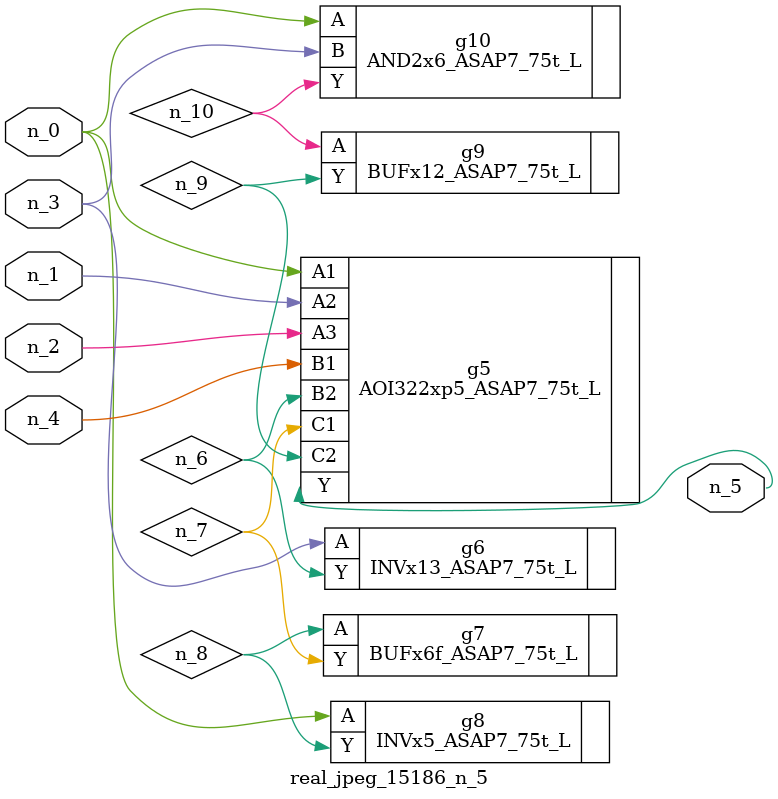
<source format=v>
module real_jpeg_15186_n_5 (n_4, n_0, n_1, n_2, n_3, n_5);

input n_4;
input n_0;
input n_1;
input n_2;
input n_3;

output n_5;

wire n_8;
wire n_6;
wire n_7;
wire n_10;
wire n_9;

AOI322xp5_ASAP7_75t_L g5 ( 
.A1(n_0),
.A2(n_1),
.A3(n_2),
.B1(n_4),
.B2(n_6),
.C1(n_7),
.C2(n_9),
.Y(n_5)
);

INVx5_ASAP7_75t_L g8 ( 
.A(n_0),
.Y(n_8)
);

AND2x6_ASAP7_75t_L g10 ( 
.A(n_0),
.B(n_3),
.Y(n_10)
);

INVx13_ASAP7_75t_L g6 ( 
.A(n_3),
.Y(n_6)
);

BUFx6f_ASAP7_75t_L g7 ( 
.A(n_8),
.Y(n_7)
);

BUFx12_ASAP7_75t_L g9 ( 
.A(n_10),
.Y(n_9)
);


endmodule
</source>
